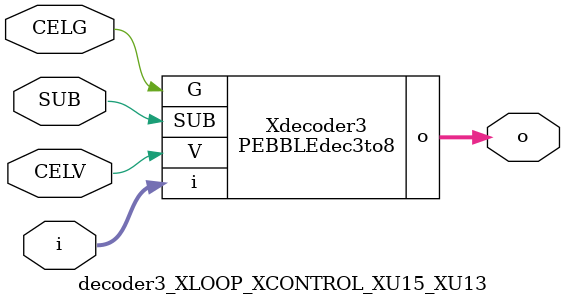
<source format=v>



module PEBBLEdec3to8 ( o, G, V, i, SUB );

  input V;
  input  [2:0] i;
  input G;
  output  [7:0] o;
  input SUB;
endmodule

//Celera Confidential Do Not Copy decoder3_XLOOP_XCONTROL_XU15_XU13
//Celera Confidential Symbol Generator
//DECODER
module decoder3_XLOOP_XCONTROL_XU15_XU13 (CELV,i,o,
CELG,SUB);
input CELV;
input [2:0] i;
output [7:0] o;
input CELG;
input SUB;

//Celera Confidential Do Not Copy Pin i
wire[2:0] i;

//Celera Confidential Do Not Copy Pin o
wire[7:0] o;

//Celera Confidential Do Not Copy PEBBLEdec3to8
PEBBLEdec3to8 Xdecoder3(
.V (CELV),
.i (i[2:0]),
.o (o[7:0]),
.SUB (SUB),
.G (CELG)
);
//,diesize,PEBBLEdec3to8

//Celera Confidential Do Not Copy Module End
//Celera Schematic Generator
endmodule

</source>
